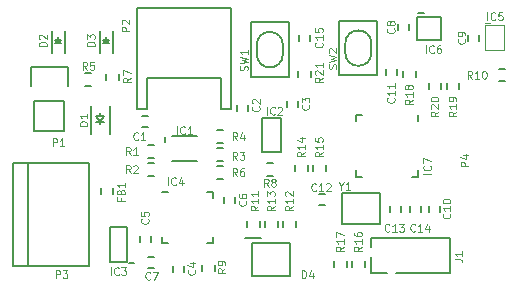
<source format=gbr>
G04 #@! TF.FileFunction,Legend,Top*
%FSLAX46Y46*%
G04 Gerber Fmt 4.6, Leading zero omitted, Abs format (unit mm)*
G04 Created by KiCad (PCBNEW 0.201512021501+6340~38~ubuntu15.10.1-stable) date Sun 06 Dec 2015 12:21:56 AM EST*
%MOMM*%
G01*
G04 APERTURE LIST*
%ADD10C,0.100000*%
%ADD11C,0.150000*%
G04 APERTURE END LIST*
D10*
D11*
X145374000Y-107547000D02*
X146674000Y-107547000D01*
X149174000Y-110747000D02*
X145974000Y-110747000D01*
X149174000Y-107947000D02*
X149174000Y-110747000D01*
X145974000Y-107947000D02*
X149174000Y-107947000D01*
X145974000Y-110747000D02*
X145974000Y-107947000D01*
X159978000Y-102320000D02*
X159453000Y-102320000D01*
X154728000Y-97070000D02*
X155253000Y-97070000D01*
X154728000Y-102320000D02*
X155253000Y-102320000D01*
X159978000Y-97070000D02*
X159978000Y-97595000D01*
X154728000Y-97070000D02*
X154728000Y-97595000D01*
X154728000Y-102320000D02*
X154728000Y-101795000D01*
X159978000Y-102320000D02*
X159978000Y-101795000D01*
X157640000Y-104779000D02*
X157640000Y-105279000D01*
X158590000Y-105279000D02*
X158590000Y-104779000D01*
X160241000Y-105279000D02*
X160241000Y-104779000D01*
X159291000Y-104779000D02*
X159291000Y-105279000D01*
X166882000Y-94251000D02*
X167382000Y-94251000D01*
X167382000Y-93201000D02*
X166882000Y-93201000D01*
X132330000Y-93582000D02*
X131830000Y-93582000D01*
X131830000Y-94632000D02*
X132330000Y-94632000D01*
X138608000Y-99249000D02*
X138608000Y-99349000D01*
X138608000Y-99249000D02*
X138608000Y-98949000D01*
X139158000Y-100999000D02*
X141258000Y-100999000D01*
X141258000Y-98899000D02*
X139158000Y-98899000D01*
X137156000Y-97188000D02*
X136656000Y-97188000D01*
X136656000Y-98138000D02*
X137156000Y-98138000D01*
X144686000Y-96270000D02*
X144686000Y-96770000D01*
X145636000Y-96770000D02*
X145636000Y-96270000D01*
X148877000Y-95889000D02*
X148877000Y-96389000D01*
X149827000Y-96389000D02*
X149827000Y-95889000D01*
X140175000Y-110359000D02*
X140175000Y-109859000D01*
X139225000Y-109859000D02*
X139225000Y-110359000D01*
X137381000Y-107819000D02*
X137381000Y-107319000D01*
X136431000Y-107319000D02*
X136431000Y-107819000D01*
X137664000Y-109126000D02*
X137164000Y-109126000D01*
X137164000Y-110076000D02*
X137664000Y-110076000D01*
X159225000Y-89912000D02*
X159225000Y-89412000D01*
X158275000Y-89412000D02*
X158275000Y-89912000D01*
X165194000Y-90801000D02*
X165194000Y-90301000D01*
X164244000Y-90301000D02*
X164244000Y-90801000D01*
X161892000Y-105279000D02*
X161892000Y-104779000D01*
X160942000Y-104779000D02*
X160942000Y-105279000D01*
X152142000Y-103792000D02*
X151642000Y-103792000D01*
X151642000Y-104742000D02*
X152142000Y-104742000D01*
X149893000Y-90301000D02*
X149893000Y-90801000D01*
X150843000Y-90801000D02*
X150843000Y-90301000D01*
X133096000Y-97159000D02*
X133096000Y-96909000D01*
X133096000Y-97659000D02*
X133096000Y-97909000D01*
X133096000Y-97659000D02*
X132746000Y-97159000D01*
X132746000Y-97159000D02*
X133446000Y-97159000D01*
X133446000Y-97159000D02*
X133096000Y-97659000D01*
X132746000Y-97659000D02*
X133446000Y-97659000D01*
X133896000Y-98709000D02*
X133896000Y-96309000D01*
X132296000Y-98709000D02*
X132296000Y-96309000D01*
X130090000Y-91892300D02*
X130090000Y-89992300D01*
X128990000Y-91892300D02*
X128990000Y-89992300D01*
X129540000Y-90992300D02*
X129540000Y-90542300D01*
X129290000Y-91042300D02*
X129790000Y-91042300D01*
X129540000Y-91042300D02*
X129290000Y-90792300D01*
X129290000Y-90792300D02*
X129790000Y-90792300D01*
X129790000Y-90792300D02*
X129540000Y-91042300D01*
X134154000Y-91892300D02*
X134154000Y-89992300D01*
X133054000Y-91892300D02*
X133054000Y-89992300D01*
X133604000Y-90992300D02*
X133604000Y-90542300D01*
X133354000Y-91042300D02*
X133854000Y-91042300D01*
X133604000Y-91042300D02*
X133354000Y-90792300D01*
X133354000Y-90792300D02*
X133854000Y-90792300D01*
X133854000Y-90792300D02*
X133604000Y-91042300D01*
X146774000Y-97356000D02*
X148374000Y-97356000D01*
X146774000Y-100256000D02*
X146774000Y-97356000D01*
X148374000Y-100256000D02*
X146774000Y-100256000D01*
X148374000Y-97356000D02*
X148374000Y-100256000D01*
X135520000Y-109677000D02*
X135920000Y-109677000D01*
X135320000Y-109577000D02*
X133920000Y-109577000D01*
X135320000Y-106577000D02*
X135320000Y-109577000D01*
X133920000Y-106577000D02*
X135320000Y-106577000D01*
X133920000Y-109577000D02*
X133920000Y-106577000D01*
X142612000Y-103641000D02*
X142612000Y-104166000D01*
X138312000Y-107941000D02*
X138312000Y-107416000D01*
X142612000Y-107941000D02*
X142612000Y-107416000D01*
X138312000Y-103641000D02*
X138837000Y-103641000D01*
X138312000Y-107941000D02*
X138837000Y-107941000D01*
X142612000Y-107941000D02*
X142087000Y-107941000D01*
X142612000Y-103641000D02*
X142087000Y-103641000D01*
D10*
X166097000Y-89347000D02*
X165697000Y-89347000D01*
X167307000Y-89512001D02*
X165687000Y-89512001D01*
X167307000Y-91581999D02*
X167307000Y-89512001D01*
X165687000Y-91581999D02*
X167307000Y-91581999D01*
X165687000Y-89512001D02*
X165687000Y-91581999D01*
D11*
X156045000Y-107501000D02*
X156045000Y-108301000D01*
X162695000Y-107501000D02*
X156045000Y-107501000D01*
X162695000Y-107501000D02*
X162695000Y-110451000D01*
X162695000Y-110451000D02*
X158145000Y-110451000D01*
X156045000Y-109101000D02*
X156045000Y-110451000D01*
X156045000Y-110451000D02*
X157345000Y-110451000D01*
X137164000Y-100728000D02*
X137664000Y-100728000D01*
X137664000Y-99678000D02*
X137164000Y-99678000D01*
X137164000Y-102252000D02*
X137664000Y-102252000D01*
X137664000Y-101202000D02*
X137164000Y-101202000D01*
X143506000Y-99932000D02*
X143006000Y-99932000D01*
X143006000Y-100982000D02*
X143506000Y-100982000D01*
X143006000Y-99458000D02*
X143506000Y-99458000D01*
X143506000Y-98408000D02*
X143006000Y-98408000D01*
X143006000Y-102506000D02*
X143506000Y-102506000D01*
X143506000Y-101456000D02*
X143006000Y-101456000D01*
X134637000Y-94103000D02*
X134637000Y-93603000D01*
X133587000Y-93603000D02*
X133587000Y-94103000D01*
X147697000Y-101202000D02*
X147197000Y-101202000D01*
X147197000Y-102252000D02*
X147697000Y-102252000D01*
X141715000Y-109801000D02*
X141715000Y-110301000D01*
X142765000Y-110301000D02*
X142765000Y-109801000D01*
X146575000Y-106549000D02*
X146575000Y-106049000D01*
X145525000Y-106049000D02*
X145525000Y-106549000D01*
X149623000Y-106549000D02*
X149623000Y-106049000D01*
X148573000Y-106049000D02*
X148573000Y-106549000D01*
X148099000Y-106549000D02*
X148099000Y-106049000D01*
X147049000Y-106049000D02*
X147049000Y-106549000D01*
X149589000Y-101350000D02*
X149589000Y-101850000D01*
X150639000Y-101850000D02*
X150639000Y-101350000D01*
X152163000Y-101850000D02*
X152163000Y-101350000D01*
X151113000Y-101350000D02*
X151113000Y-101850000D01*
X154415000Y-109478000D02*
X154415000Y-109978000D01*
X155465000Y-109978000D02*
X155465000Y-109478000D01*
X152891000Y-109478000D02*
X152891000Y-109978000D01*
X153941000Y-109978000D02*
X153941000Y-109478000D01*
X159783000Y-93849000D02*
X159783000Y-93349000D01*
X158733000Y-93349000D02*
X158733000Y-93849000D01*
X162416000Y-94365000D02*
X162416000Y-94865000D01*
X163466000Y-94865000D02*
X163466000Y-94365000D01*
X160892000Y-94365000D02*
X160892000Y-94865000D01*
X161942000Y-94865000D02*
X161942000Y-94365000D01*
X149843000Y-93349000D02*
X149843000Y-93849000D01*
X150893000Y-93849000D02*
X150893000Y-93349000D01*
X160009000Y-88489000D02*
X160509000Y-88489000D01*
X159909000Y-90789000D02*
X159909000Y-88789000D01*
X161909000Y-90789000D02*
X159909000Y-90789000D01*
X161909000Y-88789000D02*
X161909000Y-90789000D01*
X159909000Y-88789000D02*
X161909000Y-88789000D01*
X134187000Y-103813000D02*
X134187000Y-103313000D01*
X133137000Y-103313000D02*
X133137000Y-103813000D01*
X127228000Y-93065000D02*
X127228000Y-94615000D01*
X127508000Y-98425000D02*
X127508000Y-95885000D01*
X127508000Y-95885000D02*
X130048000Y-95885000D01*
X130328000Y-94615000D02*
X130328000Y-93065000D01*
X130328000Y-93065000D02*
X127228000Y-93065000D01*
X130048000Y-95885000D02*
X130048000Y-98425000D01*
X130048000Y-98425000D02*
X127508000Y-98425000D01*
X137042000Y-96611000D02*
X136242000Y-96611000D01*
X137042000Y-94011000D02*
X137042000Y-96611000D01*
X143342000Y-94011000D02*
X137042000Y-94011000D01*
X143342000Y-96611000D02*
X143342000Y-94011000D01*
X144142000Y-96611000D02*
X143342000Y-96611000D01*
X136242000Y-88011000D02*
X136242000Y-96611000D01*
X144142000Y-88011000D02*
X144142000Y-96611000D01*
X136242000Y-88011000D02*
X144142000Y-88011000D01*
X125722540Y-101186100D02*
X125722540Y-109886100D01*
X132127540Y-101186100D02*
X132127540Y-109886100D01*
X132127540Y-109886100D02*
X125722540Y-109886100D01*
X126952540Y-109886100D02*
X126952540Y-101186100D01*
X125722540Y-101186100D02*
X132127540Y-101186100D01*
X143543000Y-104017000D02*
X143543000Y-104517000D01*
X144493000Y-104517000D02*
X144493000Y-104017000D01*
X148547000Y-91167000D02*
G75*
G03X146347000Y-91167000I-1100000J0D01*
G01*
X146347000Y-91967000D02*
G75*
G03X148547000Y-91967000I1100000J0D01*
G01*
X146347000Y-91967000D02*
X146347000Y-91167000D01*
X148547000Y-91167000D02*
X148547000Y-91967000D01*
X145847000Y-89267000D02*
X149047000Y-89267000D01*
X145847000Y-93867000D02*
X145847000Y-89267000D01*
X149047000Y-93867000D02*
X145847000Y-93867000D01*
X149047000Y-89267000D02*
X149047000Y-93867000D01*
X156040000Y-91040000D02*
G75*
G03X153840000Y-91040000I-1100000J0D01*
G01*
X153840000Y-91840000D02*
G75*
G03X156040000Y-91840000I1100000J0D01*
G01*
X153840000Y-91840000D02*
X153840000Y-91040000D01*
X156040000Y-91040000D02*
X156040000Y-91840000D01*
X153340000Y-89140000D02*
X156540000Y-89140000D01*
X153340000Y-93740000D02*
X153340000Y-89140000D01*
X156540000Y-93740000D02*
X153340000Y-93740000D01*
X156540000Y-89140000D02*
X156540000Y-93740000D01*
X153594000Y-103729000D02*
X156794000Y-103729000D01*
X156794000Y-103729000D02*
X156794000Y-106329000D01*
X156794000Y-106329000D02*
X153594000Y-106329000D01*
X153594000Y-106329000D02*
X153594000Y-103729000D01*
X157259000Y-93222000D02*
X157259000Y-93722000D01*
X158209000Y-93722000D02*
X158209000Y-93222000D01*
D10*
X150142238Y-110911048D02*
X150142238Y-110261048D01*
X150297000Y-110261048D01*
X150389857Y-110292000D01*
X150451762Y-110353905D01*
X150482714Y-110415810D01*
X150513666Y-110539619D01*
X150513666Y-110632476D01*
X150482714Y-110756286D01*
X150451762Y-110818190D01*
X150389857Y-110880095D01*
X150297000Y-110911048D01*
X150142238Y-110911048D01*
X151070809Y-110477714D02*
X151070809Y-110911048D01*
X150916047Y-110230095D02*
X150761286Y-110694381D01*
X151163666Y-110694381D01*
X161089048Y-102079524D02*
X160439048Y-102079524D01*
X161027143Y-101398572D02*
X161058095Y-101429524D01*
X161089048Y-101522381D01*
X161089048Y-101584286D01*
X161058095Y-101677143D01*
X160996190Y-101739048D01*
X160934286Y-101770000D01*
X160810476Y-101800952D01*
X160717619Y-101800952D01*
X160593810Y-101770000D01*
X160531905Y-101739048D01*
X160470000Y-101677143D01*
X160439048Y-101584286D01*
X160439048Y-101522381D01*
X160470000Y-101429524D01*
X160500952Y-101398572D01*
X160439048Y-101181905D02*
X160439048Y-100748572D01*
X161089048Y-101027143D01*
X157570142Y-106912143D02*
X157539190Y-106943095D01*
X157446333Y-106974048D01*
X157384428Y-106974048D01*
X157291571Y-106943095D01*
X157229666Y-106881190D01*
X157198714Y-106819286D01*
X157167762Y-106695476D01*
X157167762Y-106602619D01*
X157198714Y-106478810D01*
X157229666Y-106416905D01*
X157291571Y-106355000D01*
X157384428Y-106324048D01*
X157446333Y-106324048D01*
X157539190Y-106355000D01*
X157570142Y-106385952D01*
X158189190Y-106974048D02*
X157817762Y-106974048D01*
X158003476Y-106974048D02*
X158003476Y-106324048D01*
X157941571Y-106416905D01*
X157879666Y-106478810D01*
X157817762Y-106509762D01*
X158405857Y-106324048D02*
X158808238Y-106324048D01*
X158591571Y-106571667D01*
X158684429Y-106571667D01*
X158746333Y-106602619D01*
X158777286Y-106633571D01*
X158808238Y-106695476D01*
X158808238Y-106850238D01*
X158777286Y-106912143D01*
X158746333Y-106943095D01*
X158684429Y-106974048D01*
X158498714Y-106974048D01*
X158436810Y-106943095D01*
X158405857Y-106912143D01*
X164251048Y-101444762D02*
X163601048Y-101444762D01*
X163601048Y-101197143D01*
X163632000Y-101135238D01*
X163662952Y-101104286D01*
X163724857Y-101073334D01*
X163817714Y-101073334D01*
X163879619Y-101104286D01*
X163910571Y-101135238D01*
X163941524Y-101197143D01*
X163941524Y-101444762D01*
X163817714Y-100516191D02*
X164251048Y-100516191D01*
X163570095Y-100670953D02*
X164034381Y-100825714D01*
X164034381Y-100423334D01*
X159729142Y-106912143D02*
X159698190Y-106943095D01*
X159605333Y-106974048D01*
X159543428Y-106974048D01*
X159450571Y-106943095D01*
X159388666Y-106881190D01*
X159357714Y-106819286D01*
X159326762Y-106695476D01*
X159326762Y-106602619D01*
X159357714Y-106478810D01*
X159388666Y-106416905D01*
X159450571Y-106355000D01*
X159543428Y-106324048D01*
X159605333Y-106324048D01*
X159698190Y-106355000D01*
X159729142Y-106385952D01*
X160348190Y-106974048D02*
X159976762Y-106974048D01*
X160162476Y-106974048D02*
X160162476Y-106324048D01*
X160100571Y-106416905D01*
X160038666Y-106478810D01*
X159976762Y-106509762D01*
X160905333Y-106540714D02*
X160905333Y-106974048D01*
X160750571Y-106293095D02*
X160595810Y-106757381D01*
X160998190Y-106757381D01*
X164555142Y-94020048D02*
X164338476Y-93710524D01*
X164183714Y-94020048D02*
X164183714Y-93370048D01*
X164431333Y-93370048D01*
X164493238Y-93401000D01*
X164524190Y-93431952D01*
X164555142Y-93493857D01*
X164555142Y-93586714D01*
X164524190Y-93648619D01*
X164493238Y-93679571D01*
X164431333Y-93710524D01*
X164183714Y-93710524D01*
X165174190Y-94020048D02*
X164802762Y-94020048D01*
X164988476Y-94020048D02*
X164988476Y-93370048D01*
X164926571Y-93462905D01*
X164864666Y-93524810D01*
X164802762Y-93555762D01*
X165576571Y-93370048D02*
X165638476Y-93370048D01*
X165700381Y-93401000D01*
X165731333Y-93431952D01*
X165762286Y-93493857D01*
X165793238Y-93617667D01*
X165793238Y-93772429D01*
X165762286Y-93896238D01*
X165731333Y-93958143D01*
X165700381Y-93989095D01*
X165638476Y-94020048D01*
X165576571Y-94020048D01*
X165514667Y-93989095D01*
X165483714Y-93958143D01*
X165452762Y-93896238D01*
X165421810Y-93772429D01*
X165421810Y-93617667D01*
X165452762Y-93493857D01*
X165483714Y-93431952D01*
X165514667Y-93401000D01*
X165576571Y-93370048D01*
X131971666Y-93258048D02*
X131755000Y-92948524D01*
X131600238Y-93258048D02*
X131600238Y-92608048D01*
X131847857Y-92608048D01*
X131909762Y-92639000D01*
X131940714Y-92669952D01*
X131971666Y-92731857D01*
X131971666Y-92824714D01*
X131940714Y-92886619D01*
X131909762Y-92917571D01*
X131847857Y-92948524D01*
X131600238Y-92948524D01*
X132559762Y-92608048D02*
X132250238Y-92608048D01*
X132219286Y-92917571D01*
X132250238Y-92886619D01*
X132312143Y-92855667D01*
X132466905Y-92855667D01*
X132528809Y-92886619D01*
X132559762Y-92917571D01*
X132590714Y-92979476D01*
X132590714Y-93134238D01*
X132559762Y-93196143D01*
X132528809Y-93227095D01*
X132466905Y-93258048D01*
X132312143Y-93258048D01*
X132250238Y-93227095D01*
X132219286Y-93196143D01*
X139573476Y-98719048D02*
X139573476Y-98069048D01*
X140254428Y-98657143D02*
X140223476Y-98688095D01*
X140130619Y-98719048D01*
X140068714Y-98719048D01*
X139975857Y-98688095D01*
X139913952Y-98626190D01*
X139883000Y-98564286D01*
X139852048Y-98440476D01*
X139852048Y-98347619D01*
X139883000Y-98223810D01*
X139913952Y-98161905D01*
X139975857Y-98100000D01*
X140068714Y-98069048D01*
X140130619Y-98069048D01*
X140223476Y-98100000D01*
X140254428Y-98130952D01*
X140873476Y-98719048D02*
X140502048Y-98719048D01*
X140687762Y-98719048D02*
X140687762Y-98069048D01*
X140625857Y-98161905D01*
X140563952Y-98223810D01*
X140502048Y-98254762D01*
X136289666Y-99165143D02*
X136258714Y-99196095D01*
X136165857Y-99227048D01*
X136103952Y-99227048D01*
X136011095Y-99196095D01*
X135949190Y-99134190D01*
X135918238Y-99072286D01*
X135887286Y-98948476D01*
X135887286Y-98855619D01*
X135918238Y-98731810D01*
X135949190Y-98669905D01*
X136011095Y-98608000D01*
X136103952Y-98577048D01*
X136165857Y-98577048D01*
X136258714Y-98608000D01*
X136289666Y-98638952D01*
X136908714Y-99227048D02*
X136537286Y-99227048D01*
X136723000Y-99227048D02*
X136723000Y-98577048D01*
X136661095Y-98669905D01*
X136599190Y-98731810D01*
X136537286Y-98762762D01*
X146536143Y-96374334D02*
X146567095Y-96405286D01*
X146598048Y-96498143D01*
X146598048Y-96560048D01*
X146567095Y-96652905D01*
X146505190Y-96714810D01*
X146443286Y-96745762D01*
X146319476Y-96776714D01*
X146226619Y-96776714D01*
X146102810Y-96745762D01*
X146040905Y-96714810D01*
X145979000Y-96652905D01*
X145948048Y-96560048D01*
X145948048Y-96498143D01*
X145979000Y-96405286D01*
X146009952Y-96374334D01*
X146009952Y-96126714D02*
X145979000Y-96095762D01*
X145948048Y-96033857D01*
X145948048Y-95879095D01*
X145979000Y-95817191D01*
X146009952Y-95786238D01*
X146071857Y-95755286D01*
X146133762Y-95755286D01*
X146226619Y-95786238D01*
X146598048Y-96157667D01*
X146598048Y-95755286D01*
X150727143Y-96247334D02*
X150758095Y-96278286D01*
X150789048Y-96371143D01*
X150789048Y-96433048D01*
X150758095Y-96525905D01*
X150696190Y-96587810D01*
X150634286Y-96618762D01*
X150510476Y-96649714D01*
X150417619Y-96649714D01*
X150293810Y-96618762D01*
X150231905Y-96587810D01*
X150170000Y-96525905D01*
X150139048Y-96433048D01*
X150139048Y-96371143D01*
X150170000Y-96278286D01*
X150200952Y-96247334D01*
X150139048Y-96030667D02*
X150139048Y-95628286D01*
X150386667Y-95844953D01*
X150386667Y-95752095D01*
X150417619Y-95690191D01*
X150448571Y-95659238D01*
X150510476Y-95628286D01*
X150665238Y-95628286D01*
X150727143Y-95659238D01*
X150758095Y-95690191D01*
X150789048Y-95752095D01*
X150789048Y-95937810D01*
X150758095Y-95999714D01*
X150727143Y-96030667D01*
X141075143Y-110217334D02*
X141106095Y-110248286D01*
X141137048Y-110341143D01*
X141137048Y-110403048D01*
X141106095Y-110495905D01*
X141044190Y-110557810D01*
X140982286Y-110588762D01*
X140858476Y-110619714D01*
X140765619Y-110619714D01*
X140641810Y-110588762D01*
X140579905Y-110557810D01*
X140518000Y-110495905D01*
X140487048Y-110403048D01*
X140487048Y-110341143D01*
X140518000Y-110248286D01*
X140548952Y-110217334D01*
X140703714Y-109660191D02*
X141137048Y-109660191D01*
X140456095Y-109814953D02*
X140920381Y-109969714D01*
X140920381Y-109567334D01*
X137138143Y-105899334D02*
X137169095Y-105930286D01*
X137200048Y-106023143D01*
X137200048Y-106085048D01*
X137169095Y-106177905D01*
X137107190Y-106239810D01*
X137045286Y-106270762D01*
X136921476Y-106301714D01*
X136828619Y-106301714D01*
X136704810Y-106270762D01*
X136642905Y-106239810D01*
X136581000Y-106177905D01*
X136550048Y-106085048D01*
X136550048Y-106023143D01*
X136581000Y-105930286D01*
X136611952Y-105899334D01*
X136550048Y-105311238D02*
X136550048Y-105620762D01*
X136859571Y-105651714D01*
X136828619Y-105620762D01*
X136797667Y-105558857D01*
X136797667Y-105404095D01*
X136828619Y-105342191D01*
X136859571Y-105311238D01*
X136921476Y-105280286D01*
X137076238Y-105280286D01*
X137138143Y-105311238D01*
X137169095Y-105342191D01*
X137200048Y-105404095D01*
X137200048Y-105558857D01*
X137169095Y-105620762D01*
X137138143Y-105651714D01*
X137305666Y-110976143D02*
X137274714Y-111007095D01*
X137181857Y-111038048D01*
X137119952Y-111038048D01*
X137027095Y-111007095D01*
X136965190Y-110945190D01*
X136934238Y-110883286D01*
X136903286Y-110759476D01*
X136903286Y-110666619D01*
X136934238Y-110542810D01*
X136965190Y-110480905D01*
X137027095Y-110419000D01*
X137119952Y-110388048D01*
X137181857Y-110388048D01*
X137274714Y-110419000D01*
X137305666Y-110449952D01*
X137522333Y-110388048D02*
X137955666Y-110388048D01*
X137677095Y-111038048D01*
X157966143Y-89770334D02*
X157997095Y-89801286D01*
X158028048Y-89894143D01*
X158028048Y-89956048D01*
X157997095Y-90048905D01*
X157935190Y-90110810D01*
X157873286Y-90141762D01*
X157749476Y-90172714D01*
X157656619Y-90172714D01*
X157532810Y-90141762D01*
X157470905Y-90110810D01*
X157409000Y-90048905D01*
X157378048Y-89956048D01*
X157378048Y-89894143D01*
X157409000Y-89801286D01*
X157439952Y-89770334D01*
X157656619Y-89398905D02*
X157625667Y-89460810D01*
X157594714Y-89491762D01*
X157532810Y-89522714D01*
X157501857Y-89522714D01*
X157439952Y-89491762D01*
X157409000Y-89460810D01*
X157378048Y-89398905D01*
X157378048Y-89275095D01*
X157409000Y-89213191D01*
X157439952Y-89182238D01*
X157501857Y-89151286D01*
X157532810Y-89151286D01*
X157594714Y-89182238D01*
X157625667Y-89213191D01*
X157656619Y-89275095D01*
X157656619Y-89398905D01*
X157687571Y-89460810D01*
X157718524Y-89491762D01*
X157780429Y-89522714D01*
X157904238Y-89522714D01*
X157966143Y-89491762D01*
X157997095Y-89460810D01*
X158028048Y-89398905D01*
X158028048Y-89275095D01*
X157997095Y-89213191D01*
X157966143Y-89182238D01*
X157904238Y-89151286D01*
X157780429Y-89151286D01*
X157718524Y-89182238D01*
X157687571Y-89213191D01*
X157656619Y-89275095D01*
X163935143Y-90659334D02*
X163966095Y-90690286D01*
X163997048Y-90783143D01*
X163997048Y-90845048D01*
X163966095Y-90937905D01*
X163904190Y-90999810D01*
X163842286Y-91030762D01*
X163718476Y-91061714D01*
X163625619Y-91061714D01*
X163501810Y-91030762D01*
X163439905Y-90999810D01*
X163378000Y-90937905D01*
X163347048Y-90845048D01*
X163347048Y-90783143D01*
X163378000Y-90690286D01*
X163408952Y-90659334D01*
X163997048Y-90349810D02*
X163997048Y-90226000D01*
X163966095Y-90164095D01*
X163935143Y-90133143D01*
X163842286Y-90071238D01*
X163718476Y-90040286D01*
X163470857Y-90040286D01*
X163408952Y-90071238D01*
X163378000Y-90102191D01*
X163347048Y-90164095D01*
X163347048Y-90287905D01*
X163378000Y-90349810D01*
X163408952Y-90380762D01*
X163470857Y-90411714D01*
X163625619Y-90411714D01*
X163687524Y-90380762D01*
X163718476Y-90349810D01*
X163749429Y-90287905D01*
X163749429Y-90164095D01*
X163718476Y-90102191D01*
X163687524Y-90071238D01*
X163625619Y-90040286D01*
X162665143Y-105446858D02*
X162696095Y-105477810D01*
X162727048Y-105570667D01*
X162727048Y-105632572D01*
X162696095Y-105725429D01*
X162634190Y-105787334D01*
X162572286Y-105818286D01*
X162448476Y-105849238D01*
X162355619Y-105849238D01*
X162231810Y-105818286D01*
X162169905Y-105787334D01*
X162108000Y-105725429D01*
X162077048Y-105632572D01*
X162077048Y-105570667D01*
X162108000Y-105477810D01*
X162138952Y-105446858D01*
X162727048Y-104827810D02*
X162727048Y-105199238D01*
X162727048Y-105013524D02*
X162077048Y-105013524D01*
X162169905Y-105075429D01*
X162231810Y-105137334D01*
X162262762Y-105199238D01*
X162077048Y-104425429D02*
X162077048Y-104363524D01*
X162108000Y-104301619D01*
X162138952Y-104270667D01*
X162200857Y-104239714D01*
X162324667Y-104208762D01*
X162479429Y-104208762D01*
X162603238Y-104239714D01*
X162665143Y-104270667D01*
X162696095Y-104301619D01*
X162727048Y-104363524D01*
X162727048Y-104425429D01*
X162696095Y-104487333D01*
X162665143Y-104518286D01*
X162603238Y-104549238D01*
X162479429Y-104580190D01*
X162324667Y-104580190D01*
X162200857Y-104549238D01*
X162138952Y-104518286D01*
X162108000Y-104487333D01*
X162077048Y-104425429D01*
X151347142Y-103483143D02*
X151316190Y-103514095D01*
X151223333Y-103545048D01*
X151161428Y-103545048D01*
X151068571Y-103514095D01*
X151006666Y-103452190D01*
X150975714Y-103390286D01*
X150944762Y-103266476D01*
X150944762Y-103173619D01*
X150975714Y-103049810D01*
X151006666Y-102987905D01*
X151068571Y-102926000D01*
X151161428Y-102895048D01*
X151223333Y-102895048D01*
X151316190Y-102926000D01*
X151347142Y-102956952D01*
X151966190Y-103545048D02*
X151594762Y-103545048D01*
X151780476Y-103545048D02*
X151780476Y-102895048D01*
X151718571Y-102987905D01*
X151656666Y-103049810D01*
X151594762Y-103080762D01*
X152213810Y-102956952D02*
X152244762Y-102926000D01*
X152306667Y-102895048D01*
X152461429Y-102895048D01*
X152523333Y-102926000D01*
X152554286Y-102956952D01*
X152585238Y-103018857D01*
X152585238Y-103080762D01*
X152554286Y-103173619D01*
X152182857Y-103545048D01*
X152585238Y-103545048D01*
X151870143Y-90968858D02*
X151901095Y-90999810D01*
X151932048Y-91092667D01*
X151932048Y-91154572D01*
X151901095Y-91247429D01*
X151839190Y-91309334D01*
X151777286Y-91340286D01*
X151653476Y-91371238D01*
X151560619Y-91371238D01*
X151436810Y-91340286D01*
X151374905Y-91309334D01*
X151313000Y-91247429D01*
X151282048Y-91154572D01*
X151282048Y-91092667D01*
X151313000Y-90999810D01*
X151343952Y-90968858D01*
X151932048Y-90349810D02*
X151932048Y-90721238D01*
X151932048Y-90535524D02*
X151282048Y-90535524D01*
X151374905Y-90597429D01*
X151436810Y-90659334D01*
X151467762Y-90721238D01*
X151282048Y-89761714D02*
X151282048Y-90071238D01*
X151591571Y-90102190D01*
X151560619Y-90071238D01*
X151529667Y-90009333D01*
X151529667Y-89854571D01*
X151560619Y-89792667D01*
X151591571Y-89761714D01*
X151653476Y-89730762D01*
X151808238Y-89730762D01*
X151870143Y-89761714D01*
X151901095Y-89792667D01*
X151932048Y-89854571D01*
X151932048Y-90009333D01*
X151901095Y-90071238D01*
X151870143Y-90102190D01*
X131993048Y-98015762D02*
X131343048Y-98015762D01*
X131343048Y-97861000D01*
X131374000Y-97768143D01*
X131435905Y-97706238D01*
X131497810Y-97675286D01*
X131621619Y-97644334D01*
X131714476Y-97644334D01*
X131838286Y-97675286D01*
X131900190Y-97706238D01*
X131962095Y-97768143D01*
X131993048Y-97861000D01*
X131993048Y-98015762D01*
X131993048Y-97025286D02*
X131993048Y-97396714D01*
X131993048Y-97211000D02*
X131343048Y-97211000D01*
X131435905Y-97272905D01*
X131497810Y-97334810D01*
X131528762Y-97396714D01*
X128564048Y-91284762D02*
X127914048Y-91284762D01*
X127914048Y-91130000D01*
X127945000Y-91037143D01*
X128006905Y-90975238D01*
X128068810Y-90944286D01*
X128192619Y-90913334D01*
X128285476Y-90913334D01*
X128409286Y-90944286D01*
X128471190Y-90975238D01*
X128533095Y-91037143D01*
X128564048Y-91130000D01*
X128564048Y-91284762D01*
X127975952Y-90665714D02*
X127945000Y-90634762D01*
X127914048Y-90572857D01*
X127914048Y-90418095D01*
X127945000Y-90356191D01*
X127975952Y-90325238D01*
X128037857Y-90294286D01*
X128099762Y-90294286D01*
X128192619Y-90325238D01*
X128564048Y-90696667D01*
X128564048Y-90294286D01*
X132628048Y-91272062D02*
X131978048Y-91272062D01*
X131978048Y-91117300D01*
X132009000Y-91024443D01*
X132070905Y-90962538D01*
X132132810Y-90931586D01*
X132256619Y-90900634D01*
X132349476Y-90900634D01*
X132473286Y-90931586D01*
X132535190Y-90962538D01*
X132597095Y-91024443D01*
X132628048Y-91117300D01*
X132628048Y-91272062D01*
X131978048Y-90683967D02*
X131978048Y-90281586D01*
X132225667Y-90498253D01*
X132225667Y-90405395D01*
X132256619Y-90343491D01*
X132287571Y-90312538D01*
X132349476Y-90281586D01*
X132504238Y-90281586D01*
X132566143Y-90312538D01*
X132597095Y-90343491D01*
X132628048Y-90405395D01*
X132628048Y-90591110D01*
X132597095Y-90653014D01*
X132566143Y-90683967D01*
X147193476Y-97068048D02*
X147193476Y-96418048D01*
X147874428Y-97006143D02*
X147843476Y-97037095D01*
X147750619Y-97068048D01*
X147688714Y-97068048D01*
X147595857Y-97037095D01*
X147533952Y-96975190D01*
X147503000Y-96913286D01*
X147472048Y-96789476D01*
X147472048Y-96696619D01*
X147503000Y-96572810D01*
X147533952Y-96510905D01*
X147595857Y-96449000D01*
X147688714Y-96418048D01*
X147750619Y-96418048D01*
X147843476Y-96449000D01*
X147874428Y-96479952D01*
X148122048Y-96479952D02*
X148153000Y-96449000D01*
X148214905Y-96418048D01*
X148369667Y-96418048D01*
X148431571Y-96449000D01*
X148462524Y-96479952D01*
X148493476Y-96541857D01*
X148493476Y-96603762D01*
X148462524Y-96696619D01*
X148091095Y-97068048D01*
X148493476Y-97068048D01*
X133985476Y-110657048D02*
X133985476Y-110007048D01*
X134666428Y-110595143D02*
X134635476Y-110626095D01*
X134542619Y-110657048D01*
X134480714Y-110657048D01*
X134387857Y-110626095D01*
X134325952Y-110564190D01*
X134295000Y-110502286D01*
X134264048Y-110378476D01*
X134264048Y-110285619D01*
X134295000Y-110161810D01*
X134325952Y-110099905D01*
X134387857Y-110038000D01*
X134480714Y-110007048D01*
X134542619Y-110007048D01*
X134635476Y-110038000D01*
X134666428Y-110068952D01*
X134883095Y-110007048D02*
X135285476Y-110007048D01*
X135068809Y-110254667D01*
X135161667Y-110254667D01*
X135223571Y-110285619D01*
X135254524Y-110316571D01*
X135285476Y-110378476D01*
X135285476Y-110533238D01*
X135254524Y-110595143D01*
X135223571Y-110626095D01*
X135161667Y-110657048D01*
X134975952Y-110657048D01*
X134914048Y-110626095D01*
X134883095Y-110595143D01*
X138811476Y-103037048D02*
X138811476Y-102387048D01*
X139492428Y-102975143D02*
X139461476Y-103006095D01*
X139368619Y-103037048D01*
X139306714Y-103037048D01*
X139213857Y-103006095D01*
X139151952Y-102944190D01*
X139121000Y-102882286D01*
X139090048Y-102758476D01*
X139090048Y-102665619D01*
X139121000Y-102541810D01*
X139151952Y-102479905D01*
X139213857Y-102418000D01*
X139306714Y-102387048D01*
X139368619Y-102387048D01*
X139461476Y-102418000D01*
X139492428Y-102448952D01*
X140049571Y-102603714D02*
X140049571Y-103037048D01*
X139894809Y-102356095D02*
X139740048Y-102820381D01*
X140142428Y-102820381D01*
X165862476Y-89063048D02*
X165862476Y-88413048D01*
X166543428Y-89001143D02*
X166512476Y-89032095D01*
X166419619Y-89063048D01*
X166357714Y-89063048D01*
X166264857Y-89032095D01*
X166202952Y-88970190D01*
X166172000Y-88908286D01*
X166141048Y-88784476D01*
X166141048Y-88691619D01*
X166172000Y-88567810D01*
X166202952Y-88505905D01*
X166264857Y-88444000D01*
X166357714Y-88413048D01*
X166419619Y-88413048D01*
X166512476Y-88444000D01*
X166543428Y-88474952D01*
X167131524Y-88413048D02*
X166822000Y-88413048D01*
X166791048Y-88722571D01*
X166822000Y-88691619D01*
X166883905Y-88660667D01*
X167038667Y-88660667D01*
X167100571Y-88691619D01*
X167131524Y-88722571D01*
X167162476Y-88784476D01*
X167162476Y-88939238D01*
X167131524Y-89001143D01*
X167100571Y-89032095D01*
X167038667Y-89063048D01*
X166883905Y-89063048D01*
X166822000Y-89032095D01*
X166791048Y-89001143D01*
X163093048Y-109309667D02*
X163557333Y-109309667D01*
X163650190Y-109340619D01*
X163712095Y-109402524D01*
X163743048Y-109495381D01*
X163743048Y-109557286D01*
X163743048Y-108659667D02*
X163743048Y-109031095D01*
X163743048Y-108845381D02*
X163093048Y-108845381D01*
X163185905Y-108907286D01*
X163247810Y-108969191D01*
X163278762Y-109031095D01*
X135654666Y-100497048D02*
X135438000Y-100187524D01*
X135283238Y-100497048D02*
X135283238Y-99847048D01*
X135530857Y-99847048D01*
X135592762Y-99878000D01*
X135623714Y-99908952D01*
X135654666Y-99970857D01*
X135654666Y-100063714D01*
X135623714Y-100125619D01*
X135592762Y-100156571D01*
X135530857Y-100187524D01*
X135283238Y-100187524D01*
X136273714Y-100497048D02*
X135902286Y-100497048D01*
X136088000Y-100497048D02*
X136088000Y-99847048D01*
X136026095Y-99939905D01*
X135964190Y-100001810D01*
X135902286Y-100032762D01*
X135654666Y-102021048D02*
X135438000Y-101711524D01*
X135283238Y-102021048D02*
X135283238Y-101371048D01*
X135530857Y-101371048D01*
X135592762Y-101402000D01*
X135623714Y-101432952D01*
X135654666Y-101494857D01*
X135654666Y-101587714D01*
X135623714Y-101649619D01*
X135592762Y-101680571D01*
X135530857Y-101711524D01*
X135283238Y-101711524D01*
X135902286Y-101432952D02*
X135933238Y-101402000D01*
X135995143Y-101371048D01*
X136149905Y-101371048D01*
X136211809Y-101402000D01*
X136242762Y-101432952D01*
X136273714Y-101494857D01*
X136273714Y-101556762D01*
X136242762Y-101649619D01*
X135871333Y-102021048D01*
X136273714Y-102021048D01*
X144671666Y-100878048D02*
X144455000Y-100568524D01*
X144300238Y-100878048D02*
X144300238Y-100228048D01*
X144547857Y-100228048D01*
X144609762Y-100259000D01*
X144640714Y-100289952D01*
X144671666Y-100351857D01*
X144671666Y-100444714D01*
X144640714Y-100506619D01*
X144609762Y-100537571D01*
X144547857Y-100568524D01*
X144300238Y-100568524D01*
X144888333Y-100228048D02*
X145290714Y-100228048D01*
X145074047Y-100475667D01*
X145166905Y-100475667D01*
X145228809Y-100506619D01*
X145259762Y-100537571D01*
X145290714Y-100599476D01*
X145290714Y-100754238D01*
X145259762Y-100816143D01*
X145228809Y-100847095D01*
X145166905Y-100878048D01*
X144981190Y-100878048D01*
X144919286Y-100847095D01*
X144888333Y-100816143D01*
X144671666Y-99227048D02*
X144455000Y-98917524D01*
X144300238Y-99227048D02*
X144300238Y-98577048D01*
X144547857Y-98577048D01*
X144609762Y-98608000D01*
X144640714Y-98638952D01*
X144671666Y-98700857D01*
X144671666Y-98793714D01*
X144640714Y-98855619D01*
X144609762Y-98886571D01*
X144547857Y-98917524D01*
X144300238Y-98917524D01*
X145228809Y-98793714D02*
X145228809Y-99227048D01*
X145074047Y-98546095D02*
X144919286Y-99010381D01*
X145321666Y-99010381D01*
X144671666Y-102275048D02*
X144455000Y-101965524D01*
X144300238Y-102275048D02*
X144300238Y-101625048D01*
X144547857Y-101625048D01*
X144609762Y-101656000D01*
X144640714Y-101686952D01*
X144671666Y-101748857D01*
X144671666Y-101841714D01*
X144640714Y-101903619D01*
X144609762Y-101934571D01*
X144547857Y-101965524D01*
X144300238Y-101965524D01*
X145228809Y-101625048D02*
X145105000Y-101625048D01*
X145043095Y-101656000D01*
X145012143Y-101686952D01*
X144950238Y-101779810D01*
X144919286Y-101903619D01*
X144919286Y-102151238D01*
X144950238Y-102213143D01*
X144981190Y-102244095D01*
X145043095Y-102275048D01*
X145166905Y-102275048D01*
X145228809Y-102244095D01*
X145259762Y-102213143D01*
X145290714Y-102151238D01*
X145290714Y-101996476D01*
X145259762Y-101934571D01*
X145228809Y-101903619D01*
X145166905Y-101872667D01*
X145043095Y-101872667D01*
X144981190Y-101903619D01*
X144950238Y-101934571D01*
X144919286Y-101996476D01*
X135676048Y-93961334D02*
X135366524Y-94178000D01*
X135676048Y-94332762D02*
X135026048Y-94332762D01*
X135026048Y-94085143D01*
X135057000Y-94023238D01*
X135087952Y-93992286D01*
X135149857Y-93961334D01*
X135242714Y-93961334D01*
X135304619Y-93992286D01*
X135335571Y-94023238D01*
X135366524Y-94085143D01*
X135366524Y-94332762D01*
X135026048Y-93744667D02*
X135026048Y-93311334D01*
X135676048Y-93589905D01*
X147338666Y-103164048D02*
X147122000Y-102854524D01*
X146967238Y-103164048D02*
X146967238Y-102514048D01*
X147214857Y-102514048D01*
X147276762Y-102545000D01*
X147307714Y-102575952D01*
X147338666Y-102637857D01*
X147338666Y-102730714D01*
X147307714Y-102792619D01*
X147276762Y-102823571D01*
X147214857Y-102854524D01*
X146967238Y-102854524D01*
X147710095Y-102792619D02*
X147648190Y-102761667D01*
X147617238Y-102730714D01*
X147586286Y-102668810D01*
X147586286Y-102637857D01*
X147617238Y-102575952D01*
X147648190Y-102545000D01*
X147710095Y-102514048D01*
X147833905Y-102514048D01*
X147895809Y-102545000D01*
X147926762Y-102575952D01*
X147957714Y-102637857D01*
X147957714Y-102668810D01*
X147926762Y-102730714D01*
X147895809Y-102761667D01*
X147833905Y-102792619D01*
X147710095Y-102792619D01*
X147648190Y-102823571D01*
X147617238Y-102854524D01*
X147586286Y-102916429D01*
X147586286Y-103040238D01*
X147617238Y-103102143D01*
X147648190Y-103133095D01*
X147710095Y-103164048D01*
X147833905Y-103164048D01*
X147895809Y-103133095D01*
X147926762Y-103102143D01*
X147957714Y-103040238D01*
X147957714Y-102916429D01*
X147926762Y-102854524D01*
X147895809Y-102823571D01*
X147833905Y-102792619D01*
X143677048Y-110090334D02*
X143367524Y-110307000D01*
X143677048Y-110461762D02*
X143027048Y-110461762D01*
X143027048Y-110214143D01*
X143058000Y-110152238D01*
X143088952Y-110121286D01*
X143150857Y-110090334D01*
X143243714Y-110090334D01*
X143305619Y-110121286D01*
X143336571Y-110152238D01*
X143367524Y-110214143D01*
X143367524Y-110461762D01*
X143677048Y-109780810D02*
X143677048Y-109657000D01*
X143646095Y-109595095D01*
X143615143Y-109564143D01*
X143522286Y-109502238D01*
X143398476Y-109471286D01*
X143150857Y-109471286D01*
X143088952Y-109502238D01*
X143058000Y-109533191D01*
X143027048Y-109595095D01*
X143027048Y-109718905D01*
X143058000Y-109780810D01*
X143088952Y-109811762D01*
X143150857Y-109842714D01*
X143305619Y-109842714D01*
X143367524Y-109811762D01*
X143398476Y-109780810D01*
X143429429Y-109718905D01*
X143429429Y-109595095D01*
X143398476Y-109533191D01*
X143367524Y-109502238D01*
X143305619Y-109471286D01*
X146471048Y-104811858D02*
X146161524Y-105028524D01*
X146471048Y-105183286D02*
X145821048Y-105183286D01*
X145821048Y-104935667D01*
X145852000Y-104873762D01*
X145882952Y-104842810D01*
X145944857Y-104811858D01*
X146037714Y-104811858D01*
X146099619Y-104842810D01*
X146130571Y-104873762D01*
X146161524Y-104935667D01*
X146161524Y-105183286D01*
X146471048Y-104192810D02*
X146471048Y-104564238D01*
X146471048Y-104378524D02*
X145821048Y-104378524D01*
X145913905Y-104440429D01*
X145975810Y-104502334D01*
X146006762Y-104564238D01*
X146471048Y-103573762D02*
X146471048Y-103945190D01*
X146471048Y-103759476D02*
X145821048Y-103759476D01*
X145913905Y-103821381D01*
X145975810Y-103883286D01*
X146006762Y-103945190D01*
X149392048Y-104811858D02*
X149082524Y-105028524D01*
X149392048Y-105183286D02*
X148742048Y-105183286D01*
X148742048Y-104935667D01*
X148773000Y-104873762D01*
X148803952Y-104842810D01*
X148865857Y-104811858D01*
X148958714Y-104811858D01*
X149020619Y-104842810D01*
X149051571Y-104873762D01*
X149082524Y-104935667D01*
X149082524Y-105183286D01*
X149392048Y-104192810D02*
X149392048Y-104564238D01*
X149392048Y-104378524D02*
X148742048Y-104378524D01*
X148834905Y-104440429D01*
X148896810Y-104502334D01*
X148927762Y-104564238D01*
X148803952Y-103945190D02*
X148773000Y-103914238D01*
X148742048Y-103852333D01*
X148742048Y-103697571D01*
X148773000Y-103635667D01*
X148803952Y-103604714D01*
X148865857Y-103573762D01*
X148927762Y-103573762D01*
X149020619Y-103604714D01*
X149392048Y-103976143D01*
X149392048Y-103573762D01*
X147868048Y-104811858D02*
X147558524Y-105028524D01*
X147868048Y-105183286D02*
X147218048Y-105183286D01*
X147218048Y-104935667D01*
X147249000Y-104873762D01*
X147279952Y-104842810D01*
X147341857Y-104811858D01*
X147434714Y-104811858D01*
X147496619Y-104842810D01*
X147527571Y-104873762D01*
X147558524Y-104935667D01*
X147558524Y-105183286D01*
X147868048Y-104192810D02*
X147868048Y-104564238D01*
X147868048Y-104378524D02*
X147218048Y-104378524D01*
X147310905Y-104440429D01*
X147372810Y-104502334D01*
X147403762Y-104564238D01*
X147218048Y-103976143D02*
X147218048Y-103573762D01*
X147465667Y-103790429D01*
X147465667Y-103697571D01*
X147496619Y-103635667D01*
X147527571Y-103604714D01*
X147589476Y-103573762D01*
X147744238Y-103573762D01*
X147806143Y-103604714D01*
X147837095Y-103635667D01*
X147868048Y-103697571D01*
X147868048Y-103883286D01*
X147837095Y-103945190D01*
X147806143Y-103976143D01*
X150408048Y-100239858D02*
X150098524Y-100456524D01*
X150408048Y-100611286D02*
X149758048Y-100611286D01*
X149758048Y-100363667D01*
X149789000Y-100301762D01*
X149819952Y-100270810D01*
X149881857Y-100239858D01*
X149974714Y-100239858D01*
X150036619Y-100270810D01*
X150067571Y-100301762D01*
X150098524Y-100363667D01*
X150098524Y-100611286D01*
X150408048Y-99620810D02*
X150408048Y-99992238D01*
X150408048Y-99806524D02*
X149758048Y-99806524D01*
X149850905Y-99868429D01*
X149912810Y-99930334D01*
X149943762Y-99992238D01*
X149974714Y-99063667D02*
X150408048Y-99063667D01*
X149727095Y-99218429D02*
X150191381Y-99373190D01*
X150191381Y-98970810D01*
X151932048Y-100239858D02*
X151622524Y-100456524D01*
X151932048Y-100611286D02*
X151282048Y-100611286D01*
X151282048Y-100363667D01*
X151313000Y-100301762D01*
X151343952Y-100270810D01*
X151405857Y-100239858D01*
X151498714Y-100239858D01*
X151560619Y-100270810D01*
X151591571Y-100301762D01*
X151622524Y-100363667D01*
X151622524Y-100611286D01*
X151932048Y-99620810D02*
X151932048Y-99992238D01*
X151932048Y-99806524D02*
X151282048Y-99806524D01*
X151374905Y-99868429D01*
X151436810Y-99930334D01*
X151467762Y-99992238D01*
X151282048Y-99032714D02*
X151282048Y-99342238D01*
X151591571Y-99373190D01*
X151560619Y-99342238D01*
X151529667Y-99280333D01*
X151529667Y-99125571D01*
X151560619Y-99063667D01*
X151591571Y-99032714D01*
X151653476Y-99001762D01*
X151808238Y-99001762D01*
X151870143Y-99032714D01*
X151901095Y-99063667D01*
X151932048Y-99125571D01*
X151932048Y-99280333D01*
X151901095Y-99342238D01*
X151870143Y-99373190D01*
X155234048Y-108240858D02*
X154924524Y-108457524D01*
X155234048Y-108612286D02*
X154584048Y-108612286D01*
X154584048Y-108364667D01*
X154615000Y-108302762D01*
X154645952Y-108271810D01*
X154707857Y-108240858D01*
X154800714Y-108240858D01*
X154862619Y-108271810D01*
X154893571Y-108302762D01*
X154924524Y-108364667D01*
X154924524Y-108612286D01*
X155234048Y-107621810D02*
X155234048Y-107993238D01*
X155234048Y-107807524D02*
X154584048Y-107807524D01*
X154676905Y-107869429D01*
X154738810Y-107931334D01*
X154769762Y-107993238D01*
X154584048Y-107064667D02*
X154584048Y-107188476D01*
X154615000Y-107250381D01*
X154645952Y-107281333D01*
X154738810Y-107343238D01*
X154862619Y-107374190D01*
X155110238Y-107374190D01*
X155172143Y-107343238D01*
X155203095Y-107312286D01*
X155234048Y-107250381D01*
X155234048Y-107126571D01*
X155203095Y-107064667D01*
X155172143Y-107033714D01*
X155110238Y-107002762D01*
X154955476Y-107002762D01*
X154893571Y-107033714D01*
X154862619Y-107064667D01*
X154831667Y-107126571D01*
X154831667Y-107250381D01*
X154862619Y-107312286D01*
X154893571Y-107343238D01*
X154955476Y-107374190D01*
X153710048Y-108240858D02*
X153400524Y-108457524D01*
X153710048Y-108612286D02*
X153060048Y-108612286D01*
X153060048Y-108364667D01*
X153091000Y-108302762D01*
X153121952Y-108271810D01*
X153183857Y-108240858D01*
X153276714Y-108240858D01*
X153338619Y-108271810D01*
X153369571Y-108302762D01*
X153400524Y-108364667D01*
X153400524Y-108612286D01*
X153710048Y-107621810D02*
X153710048Y-107993238D01*
X153710048Y-107807524D02*
X153060048Y-107807524D01*
X153152905Y-107869429D01*
X153214810Y-107931334D01*
X153245762Y-107993238D01*
X153060048Y-107405143D02*
X153060048Y-106971810D01*
X153710048Y-107250381D01*
X159552048Y-95794858D02*
X159242524Y-96011524D01*
X159552048Y-96166286D02*
X158902048Y-96166286D01*
X158902048Y-95918667D01*
X158933000Y-95856762D01*
X158963952Y-95825810D01*
X159025857Y-95794858D01*
X159118714Y-95794858D01*
X159180619Y-95825810D01*
X159211571Y-95856762D01*
X159242524Y-95918667D01*
X159242524Y-96166286D01*
X159552048Y-95175810D02*
X159552048Y-95547238D01*
X159552048Y-95361524D02*
X158902048Y-95361524D01*
X158994905Y-95423429D01*
X159056810Y-95485334D01*
X159087762Y-95547238D01*
X159180619Y-94804381D02*
X159149667Y-94866286D01*
X159118714Y-94897238D01*
X159056810Y-94928190D01*
X159025857Y-94928190D01*
X158963952Y-94897238D01*
X158933000Y-94866286D01*
X158902048Y-94804381D01*
X158902048Y-94680571D01*
X158933000Y-94618667D01*
X158963952Y-94587714D01*
X159025857Y-94556762D01*
X159056810Y-94556762D01*
X159118714Y-94587714D01*
X159149667Y-94618667D01*
X159180619Y-94680571D01*
X159180619Y-94804381D01*
X159211571Y-94866286D01*
X159242524Y-94897238D01*
X159304429Y-94928190D01*
X159428238Y-94928190D01*
X159490143Y-94897238D01*
X159521095Y-94866286D01*
X159552048Y-94804381D01*
X159552048Y-94680571D01*
X159521095Y-94618667D01*
X159490143Y-94587714D01*
X159428238Y-94556762D01*
X159304429Y-94556762D01*
X159242524Y-94587714D01*
X159211571Y-94618667D01*
X159180619Y-94680571D01*
X163235048Y-96810858D02*
X162925524Y-97027524D01*
X163235048Y-97182286D02*
X162585048Y-97182286D01*
X162585048Y-96934667D01*
X162616000Y-96872762D01*
X162646952Y-96841810D01*
X162708857Y-96810858D01*
X162801714Y-96810858D01*
X162863619Y-96841810D01*
X162894571Y-96872762D01*
X162925524Y-96934667D01*
X162925524Y-97182286D01*
X163235048Y-96191810D02*
X163235048Y-96563238D01*
X163235048Y-96377524D02*
X162585048Y-96377524D01*
X162677905Y-96439429D01*
X162739810Y-96501334D01*
X162770762Y-96563238D01*
X163235048Y-95882286D02*
X163235048Y-95758476D01*
X163204095Y-95696571D01*
X163173143Y-95665619D01*
X163080286Y-95603714D01*
X162956476Y-95572762D01*
X162708857Y-95572762D01*
X162646952Y-95603714D01*
X162616000Y-95634667D01*
X162585048Y-95696571D01*
X162585048Y-95820381D01*
X162616000Y-95882286D01*
X162646952Y-95913238D01*
X162708857Y-95944190D01*
X162863619Y-95944190D01*
X162925524Y-95913238D01*
X162956476Y-95882286D01*
X162987429Y-95820381D01*
X162987429Y-95696571D01*
X162956476Y-95634667D01*
X162925524Y-95603714D01*
X162863619Y-95572762D01*
X161711048Y-96810858D02*
X161401524Y-97027524D01*
X161711048Y-97182286D02*
X161061048Y-97182286D01*
X161061048Y-96934667D01*
X161092000Y-96872762D01*
X161122952Y-96841810D01*
X161184857Y-96810858D01*
X161277714Y-96810858D01*
X161339619Y-96841810D01*
X161370571Y-96872762D01*
X161401524Y-96934667D01*
X161401524Y-97182286D01*
X161122952Y-96563238D02*
X161092000Y-96532286D01*
X161061048Y-96470381D01*
X161061048Y-96315619D01*
X161092000Y-96253715D01*
X161122952Y-96222762D01*
X161184857Y-96191810D01*
X161246762Y-96191810D01*
X161339619Y-96222762D01*
X161711048Y-96594191D01*
X161711048Y-96191810D01*
X161061048Y-95789429D02*
X161061048Y-95727524D01*
X161092000Y-95665619D01*
X161122952Y-95634667D01*
X161184857Y-95603714D01*
X161308667Y-95572762D01*
X161463429Y-95572762D01*
X161587238Y-95603714D01*
X161649143Y-95634667D01*
X161680095Y-95665619D01*
X161711048Y-95727524D01*
X161711048Y-95789429D01*
X161680095Y-95851333D01*
X161649143Y-95882286D01*
X161587238Y-95913238D01*
X161463429Y-95944190D01*
X161308667Y-95944190D01*
X161184857Y-95913238D01*
X161122952Y-95882286D01*
X161092000Y-95851333D01*
X161061048Y-95789429D01*
X151932048Y-93947858D02*
X151622524Y-94164524D01*
X151932048Y-94319286D02*
X151282048Y-94319286D01*
X151282048Y-94071667D01*
X151313000Y-94009762D01*
X151343952Y-93978810D01*
X151405857Y-93947858D01*
X151498714Y-93947858D01*
X151560619Y-93978810D01*
X151591571Y-94009762D01*
X151622524Y-94071667D01*
X151622524Y-94319286D01*
X151343952Y-93700238D02*
X151313000Y-93669286D01*
X151282048Y-93607381D01*
X151282048Y-93452619D01*
X151313000Y-93390715D01*
X151343952Y-93359762D01*
X151405857Y-93328810D01*
X151467762Y-93328810D01*
X151560619Y-93359762D01*
X151932048Y-93731191D01*
X151932048Y-93328810D01*
X151932048Y-92709762D02*
X151932048Y-93081190D01*
X151932048Y-92895476D02*
X151282048Y-92895476D01*
X151374905Y-92957381D01*
X151436810Y-93019286D01*
X151467762Y-93081190D01*
X160655476Y-91861048D02*
X160655476Y-91211048D01*
X161336428Y-91799143D02*
X161305476Y-91830095D01*
X161212619Y-91861048D01*
X161150714Y-91861048D01*
X161057857Y-91830095D01*
X160995952Y-91768190D01*
X160965000Y-91706286D01*
X160934048Y-91582476D01*
X160934048Y-91489619D01*
X160965000Y-91365810D01*
X160995952Y-91303905D01*
X161057857Y-91242000D01*
X161150714Y-91211048D01*
X161212619Y-91211048D01*
X161305476Y-91242000D01*
X161336428Y-91272952D01*
X161893571Y-91211048D02*
X161769762Y-91211048D01*
X161707857Y-91242000D01*
X161676905Y-91272952D01*
X161615000Y-91365810D01*
X161584048Y-91489619D01*
X161584048Y-91737238D01*
X161615000Y-91799143D01*
X161645952Y-91830095D01*
X161707857Y-91861048D01*
X161831667Y-91861048D01*
X161893571Y-91830095D01*
X161924524Y-91799143D01*
X161955476Y-91737238D01*
X161955476Y-91582476D01*
X161924524Y-91520571D01*
X161893571Y-91489619D01*
X161831667Y-91458667D01*
X161707857Y-91458667D01*
X161645952Y-91489619D01*
X161615000Y-91520571D01*
X161584048Y-91582476D01*
X134827571Y-104173666D02*
X134827571Y-104390333D01*
X135168048Y-104390333D02*
X134518048Y-104390333D01*
X134518048Y-104080809D01*
X134827571Y-103616523D02*
X134858524Y-103523666D01*
X134889476Y-103492714D01*
X134951381Y-103461762D01*
X135044238Y-103461762D01*
X135106143Y-103492714D01*
X135137095Y-103523666D01*
X135168048Y-103585571D01*
X135168048Y-103833190D01*
X134518048Y-103833190D01*
X134518048Y-103616523D01*
X134549000Y-103554619D01*
X134579952Y-103523666D01*
X134641857Y-103492714D01*
X134703762Y-103492714D01*
X134765667Y-103523666D01*
X134796619Y-103554619D01*
X134827571Y-103616523D01*
X134827571Y-103833190D01*
X135168048Y-102842714D02*
X135168048Y-103214142D01*
X135168048Y-103028428D02*
X134518048Y-103028428D01*
X134610905Y-103090333D01*
X134672810Y-103152238D01*
X134703762Y-103214142D01*
X129060238Y-99735048D02*
X129060238Y-99085048D01*
X129307857Y-99085048D01*
X129369762Y-99116000D01*
X129400714Y-99146952D01*
X129431666Y-99208857D01*
X129431666Y-99301714D01*
X129400714Y-99363619D01*
X129369762Y-99394571D01*
X129307857Y-99425524D01*
X129060238Y-99425524D01*
X130050714Y-99735048D02*
X129679286Y-99735048D01*
X129865000Y-99735048D02*
X129865000Y-99085048D01*
X129803095Y-99177905D01*
X129741190Y-99239810D01*
X129679286Y-99270762D01*
X135549048Y-90014762D02*
X134899048Y-90014762D01*
X134899048Y-89767143D01*
X134930000Y-89705238D01*
X134960952Y-89674286D01*
X135022857Y-89643334D01*
X135115714Y-89643334D01*
X135177619Y-89674286D01*
X135208571Y-89705238D01*
X135239524Y-89767143D01*
X135239524Y-90014762D01*
X134960952Y-89395714D02*
X134930000Y-89364762D01*
X134899048Y-89302857D01*
X134899048Y-89148095D01*
X134930000Y-89086191D01*
X134960952Y-89055238D01*
X135022857Y-89024286D01*
X135084762Y-89024286D01*
X135177619Y-89055238D01*
X135549048Y-89426667D01*
X135549048Y-89024286D01*
X129314238Y-110911048D02*
X129314238Y-110261048D01*
X129561857Y-110261048D01*
X129623762Y-110292000D01*
X129654714Y-110322952D01*
X129685666Y-110384857D01*
X129685666Y-110477714D01*
X129654714Y-110539619D01*
X129623762Y-110570571D01*
X129561857Y-110601524D01*
X129314238Y-110601524D01*
X129902333Y-110261048D02*
X130304714Y-110261048D01*
X130088047Y-110508667D01*
X130180905Y-110508667D01*
X130242809Y-110539619D01*
X130273762Y-110570571D01*
X130304714Y-110632476D01*
X130304714Y-110787238D01*
X130273762Y-110849143D01*
X130242809Y-110880095D01*
X130180905Y-110911048D01*
X129995190Y-110911048D01*
X129933286Y-110880095D01*
X129902333Y-110849143D01*
X145393143Y-104375334D02*
X145424095Y-104406286D01*
X145455048Y-104499143D01*
X145455048Y-104561048D01*
X145424095Y-104653905D01*
X145362190Y-104715810D01*
X145300286Y-104746762D01*
X145176476Y-104777714D01*
X145083619Y-104777714D01*
X144959810Y-104746762D01*
X144897905Y-104715810D01*
X144836000Y-104653905D01*
X144805048Y-104561048D01*
X144805048Y-104499143D01*
X144836000Y-104406286D01*
X144866952Y-104375334D01*
X144805048Y-103818191D02*
X144805048Y-103942000D01*
X144836000Y-104003905D01*
X144866952Y-104034857D01*
X144959810Y-104096762D01*
X145083619Y-104127714D01*
X145331238Y-104127714D01*
X145393143Y-104096762D01*
X145424095Y-104065810D01*
X145455048Y-104003905D01*
X145455048Y-103880095D01*
X145424095Y-103818191D01*
X145393143Y-103787238D01*
X145331238Y-103756286D01*
X145176476Y-103756286D01*
X145114571Y-103787238D01*
X145083619Y-103818191D01*
X145052667Y-103880095D01*
X145052667Y-104003905D01*
X145083619Y-104065810D01*
X145114571Y-104096762D01*
X145176476Y-104127714D01*
X145551095Y-93322666D02*
X145582048Y-93229809D01*
X145582048Y-93075047D01*
X145551095Y-93013143D01*
X145520143Y-92982190D01*
X145458238Y-92951238D01*
X145396333Y-92951238D01*
X145334429Y-92982190D01*
X145303476Y-93013143D01*
X145272524Y-93075047D01*
X145241571Y-93198857D01*
X145210619Y-93260762D01*
X145179667Y-93291714D01*
X145117762Y-93322666D01*
X145055857Y-93322666D01*
X144993952Y-93291714D01*
X144963000Y-93260762D01*
X144932048Y-93198857D01*
X144932048Y-93044095D01*
X144963000Y-92951238D01*
X144932048Y-92734571D02*
X145582048Y-92579809D01*
X145117762Y-92455999D01*
X145582048Y-92332190D01*
X144932048Y-92177428D01*
X145582048Y-91589333D02*
X145582048Y-91960761D01*
X145582048Y-91775047D02*
X144932048Y-91775047D01*
X145024905Y-91836952D01*
X145086810Y-91898857D01*
X145117762Y-91960761D01*
X153044095Y-93195666D02*
X153075048Y-93102809D01*
X153075048Y-92948047D01*
X153044095Y-92886143D01*
X153013143Y-92855190D01*
X152951238Y-92824238D01*
X152889333Y-92824238D01*
X152827429Y-92855190D01*
X152796476Y-92886143D01*
X152765524Y-92948047D01*
X152734571Y-93071857D01*
X152703619Y-93133762D01*
X152672667Y-93164714D01*
X152610762Y-93195666D01*
X152548857Y-93195666D01*
X152486952Y-93164714D01*
X152456000Y-93133762D01*
X152425048Y-93071857D01*
X152425048Y-92917095D01*
X152456000Y-92824238D01*
X152425048Y-92607571D02*
X153075048Y-92452809D01*
X152610762Y-92328999D01*
X153075048Y-92205190D01*
X152425048Y-92050428D01*
X152486952Y-91833761D02*
X152456000Y-91802809D01*
X152425048Y-91740904D01*
X152425048Y-91586142D01*
X152456000Y-91524238D01*
X152486952Y-91493285D01*
X152548857Y-91462333D01*
X152610762Y-91462333D01*
X152703619Y-91493285D01*
X153075048Y-91864714D01*
X153075048Y-91462333D01*
X153487476Y-103108524D02*
X153487476Y-103418048D01*
X153270810Y-102768048D02*
X153487476Y-103108524D01*
X153704143Y-102768048D01*
X154261286Y-103418048D02*
X153889858Y-103418048D01*
X154075572Y-103418048D02*
X154075572Y-102768048D01*
X154013667Y-102860905D01*
X153951762Y-102922810D01*
X153889858Y-102953762D01*
X157966143Y-95667858D02*
X157997095Y-95698810D01*
X158028048Y-95791667D01*
X158028048Y-95853572D01*
X157997095Y-95946429D01*
X157935190Y-96008334D01*
X157873286Y-96039286D01*
X157749476Y-96070238D01*
X157656619Y-96070238D01*
X157532810Y-96039286D01*
X157470905Y-96008334D01*
X157409000Y-95946429D01*
X157378048Y-95853572D01*
X157378048Y-95791667D01*
X157409000Y-95698810D01*
X157439952Y-95667858D01*
X158028048Y-95048810D02*
X158028048Y-95420238D01*
X158028048Y-95234524D02*
X157378048Y-95234524D01*
X157470905Y-95296429D01*
X157532810Y-95358334D01*
X157563762Y-95420238D01*
X158028048Y-94429762D02*
X158028048Y-94801190D01*
X158028048Y-94615476D02*
X157378048Y-94615476D01*
X157470905Y-94677381D01*
X157532810Y-94739286D01*
X157563762Y-94801190D01*
M02*

</source>
